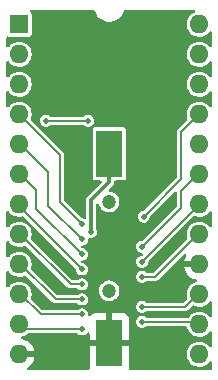
<source format=gbr>
G04 #@! TF.GenerationSoftware,KiCad,Pcbnew,(6.0.7)*
G04 #@! TF.CreationDate,2022-08-15T11:05:51+01:00*
G04 #@! TF.ProjectId,nwX287,6e775832-3837-42e6-9b69-6361645f7063,1a*
G04 #@! TF.SameCoordinates,Original*
G04 #@! TF.FileFunction,Copper,L1,Top*
G04 #@! TF.FilePolarity,Positive*
%FSLAX46Y46*%
G04 Gerber Fmt 4.6, Leading zero omitted, Abs format (unit mm)*
G04 Created by KiCad (PCBNEW (6.0.7)) date 2022-08-15 11:05:51*
%MOMM*%
%LPD*%
G01*
G04 APERTURE LIST*
G04 #@! TA.AperFunction,SMDPad,CuDef*
%ADD10R,2.300000X4.000000*%
G04 #@! TD*
G04 #@! TA.AperFunction,ComponentPad*
%ADD11C,1.200000*%
G04 #@! TD*
G04 #@! TA.AperFunction,ComponentPad*
%ADD12O,1.600000X1.600000*%
G04 #@! TD*
G04 #@! TA.AperFunction,ComponentPad*
%ADD13R,1.600000X1.600000*%
G04 #@! TD*
G04 #@! TA.AperFunction,ViaPad*
%ADD14C,0.500000*%
G04 #@! TD*
G04 #@! TA.AperFunction,Conductor*
%ADD15C,0.200000*%
G04 #@! TD*
G04 #@! TA.AperFunction,Conductor*
%ADD16C,0.350000*%
G04 #@! TD*
G04 APERTURE END LIST*
D10*
G04 #@! TO.P,BT1,1*
G04 #@! TO.N,BC*
X134620000Y-90425000D03*
G04 #@! TO.P,BT1,2*
G04 #@! TO.N,GND*
X134620000Y-106425000D03*
D11*
G04 #@! TO.P,BT1,*
G04 #@! TO.N,*
X134620000Y-102025000D03*
X134620000Y-94525000D03*
G04 #@! TD*
D12*
G04 #@! TO.P,U2,24*
G04 #@! TO.N,VCC*
X142240000Y-79459001D03*
G04 #@! TO.P,U2,12*
G04 #@! TO.N,GND*
X127000000Y-107399001D03*
G04 #@! TO.P,U2,23*
G04 #@! TO.N,SQW*
X142240000Y-81999001D03*
G04 #@! TO.P,U2,11*
G04 #@! TO.N,AD7*
X127000000Y-104859001D03*
G04 #@! TO.P,U2,22*
G04 #@! TO.N,CEO*
X142240000Y-84539001D03*
G04 #@! TO.P,U2,10*
G04 #@! TO.N,AD6*
X127000000Y-102319001D03*
G04 #@! TO.P,U2,21*
G04 #@! TO.N,CEI*
X142240000Y-87079001D03*
G04 #@! TO.P,U2,9*
G04 #@! TO.N,AD5*
X127000000Y-99779001D03*
G04 #@! TO.P,U2,20*
G04 #@! TO.N,N/C*
X142240000Y-89619001D03*
G04 #@! TO.P,U2,8*
G04 #@! TO.N,AD4*
X127000000Y-97239001D03*
G04 #@! TO.P,U2,19*
G04 #@! TO.N,INT*
X142240000Y-92159001D03*
G04 #@! TO.P,U2,7*
G04 #@! TO.N,AD3*
X127000000Y-94699001D03*
G04 #@! TO.P,U2,18*
G04 #@! TO.N,RST*
X142240000Y-94699001D03*
G04 #@! TO.P,U2,6*
G04 #@! TO.N,AD2*
X127000000Y-92159001D03*
G04 #@! TO.P,U2,17*
G04 #@! TO.N,DS*
X142240000Y-97239001D03*
G04 #@! TO.P,U2,5*
G04 #@! TO.N,AD1*
X127000000Y-89619001D03*
G04 #@! TO.P,U2,16*
G04 #@! TO.N,GND*
X142240000Y-99779001D03*
G04 #@! TO.P,U2,4*
G04 #@! TO.N,AD0*
X127000000Y-87079001D03*
G04 #@! TO.P,U2,15*
G04 #@! TO.N,RW*
X142240000Y-102319001D03*
G04 #@! TO.P,U2,3*
G04 #@! TO.N,N/C*
X127000000Y-84539001D03*
G04 #@! TO.P,U2,14*
G04 #@! TO.N,AS*
X142240000Y-104859001D03*
G04 #@! TO.P,U2,2*
G04 #@! TO.N,N/C*
X127000000Y-81999001D03*
G04 #@! TO.P,U2,13*
G04 #@! TO.N,CS*
X142240000Y-107399001D03*
D13*
G04 #@! TO.P,U2,1*
G04 #@! TO.N,VOUT*
X127000000Y-79459001D03*
G04 #@! TD*
D14*
G04 #@! TO.N,GND*
X128270000Y-81280000D03*
X140970000Y-81280000D03*
X140462000Y-87376000D03*
G04 #@! TO.N,AD7*
X132334000Y-105283000D03*
G04 #@! TO.N,AD6*
X132334000Y-104013000D03*
G04 #@! TO.N,AD5*
X132334000Y-102743000D03*
G04 #@! TO.N,AD4*
X132334000Y-101473000D03*
G04 #@! TO.N,INT*
X137414000Y-98298000D03*
G04 #@! TO.N,AD3*
X132334000Y-100203000D03*
G04 #@! TO.N,RST*
X137414000Y-99568000D03*
G04 #@! TO.N,AD2*
X132334000Y-98933000D03*
G04 #@! TO.N,DS*
X137414000Y-100838000D03*
G04 #@! TO.N,AD1*
X132334000Y-97665710D03*
G04 #@! TO.N,AD0*
X132334000Y-96393000D03*
G04 #@! TO.N,RW*
X137414000Y-103378000D03*
G04 #@! TO.N,AS*
X137414000Y-104648000D03*
G04 #@! TO.N,BC*
X133096004Y-97040700D03*
G04 #@! TO.N,CEI*
X137541000Y-95758000D03*
G04 #@! TO.N,VOUT*
X132842000Y-87630004D03*
X129286000Y-87630000D03*
G04 #@! TD*
D15*
G04 #@! TO.N,AD7*
X127550999Y-105283000D02*
X127000000Y-104732001D01*
X132334000Y-105283000D02*
X127550999Y-105283000D01*
G04 #@! TO.N,AD6*
X128820999Y-104013000D02*
X127000000Y-102192001D01*
X132334000Y-104013000D02*
X128820999Y-104013000D01*
G04 #@! TO.N,AD5*
X130090999Y-102743000D02*
X127000000Y-99652001D01*
X132334000Y-102743000D02*
X130090999Y-102743000D01*
G04 #@! TO.N,AD4*
X131360999Y-101473000D02*
X127000000Y-97112001D01*
X132334000Y-101473000D02*
X131360999Y-101473000D01*
G04 #@! TO.N,INT*
X140716000Y-93556001D02*
X142240000Y-92032001D01*
X140716000Y-94996000D02*
X140716000Y-93556001D01*
X137414000Y-98298000D02*
X140716000Y-94996000D01*
G04 #@! TO.N,AD3*
X128016000Y-95885000D02*
X132334000Y-100203000D01*
X127000000Y-94869000D02*
X128016000Y-95885000D01*
X127000000Y-94572001D02*
X127000000Y-94869000D01*
G04 #@! TO.N,RST*
X142240000Y-94742000D02*
X142240000Y-94572001D01*
X137414000Y-99568000D02*
X142240000Y-94742000D01*
G04 #@! TO.N,AD2*
X128460500Y-93492501D02*
X127000000Y-92032001D01*
X128460500Y-95059500D02*
X128460500Y-93492501D01*
X132334000Y-98933000D02*
X128460500Y-95059500D01*
G04 #@! TO.N,DS*
X138514001Y-100838000D02*
X137414000Y-100838000D01*
X142240000Y-97112001D02*
X138514001Y-100838000D01*
G04 #@! TO.N,AD1*
X127000000Y-89492001D02*
X129476500Y-91968501D01*
X129476500Y-94808210D02*
X132334000Y-97665710D01*
X129476500Y-91968501D02*
X129476500Y-94808210D01*
G04 #@! TO.N,AD0*
X130429000Y-94488000D02*
X132334000Y-96393000D01*
X130429000Y-90508001D02*
X130429000Y-94488000D01*
X127000000Y-87079001D02*
X130429000Y-90508001D01*
G04 #@! TO.N,RW*
X141054001Y-103378000D02*
X142240000Y-102192001D01*
X137414000Y-103378000D02*
X141054001Y-103378000D01*
G04 #@! TO.N,AS*
X142155999Y-104648000D02*
X142240000Y-104732001D01*
X137414000Y-104648000D02*
X142155999Y-104648000D01*
D16*
G04 #@! TO.N,BC*
X133096004Y-96687147D02*
X133096004Y-97040700D01*
X133096004Y-94360996D02*
X133096004Y-96687147D01*
X134620000Y-92837000D02*
X133096004Y-94360996D01*
X134620000Y-90426000D02*
X134620000Y-92837000D01*
D15*
G04 #@! TO.N,CEI*
X142240000Y-87079001D02*
X140716000Y-88603001D01*
X140716000Y-88603001D02*
X140716000Y-92583000D01*
X140716000Y-92583000D02*
X137541000Y-95758000D01*
G04 #@! TO.N,VOUT*
X129286004Y-87630004D02*
X129286000Y-87630000D01*
X132842000Y-87630004D02*
X129286004Y-87630004D01*
G04 #@! TD*
G04 #@! TA.AperFunction,Conductor*
G04 #@! TO.N,GND*
G36*
X133337922Y-78252002D02*
G01*
X133384415Y-78305658D01*
X133390843Y-78323003D01*
X133392102Y-78327357D01*
X133393153Y-78332667D01*
X133395097Y-78337719D01*
X133395099Y-78337725D01*
X133469195Y-78530258D01*
X133471912Y-78537317D01*
X133474694Y-78541965D01*
X133568127Y-78698085D01*
X133584520Y-78725477D01*
X133588061Y-78729587D01*
X133588062Y-78729588D01*
X133673171Y-78828364D01*
X133727657Y-78891600D01*
X133731851Y-78895045D01*
X133892910Y-79027344D01*
X133892913Y-79027346D01*
X133897102Y-79030787D01*
X134087861Y-79138935D01*
X134092960Y-79140761D01*
X134092965Y-79140763D01*
X134249291Y-79196736D01*
X134294309Y-79212855D01*
X134299648Y-79213782D01*
X134505024Y-79249442D01*
X134505028Y-79249442D01*
X134510359Y-79250368D01*
X134729641Y-79250368D01*
X134734972Y-79249442D01*
X134734976Y-79249442D01*
X134940352Y-79213782D01*
X134945691Y-79212855D01*
X134990709Y-79196736D01*
X135147035Y-79140763D01*
X135147040Y-79140761D01*
X135152139Y-79138935D01*
X135342898Y-79030787D01*
X135347087Y-79027346D01*
X135347090Y-79027344D01*
X135508149Y-78895045D01*
X135512343Y-78891600D01*
X135566829Y-78828364D01*
X135651938Y-78729588D01*
X135651939Y-78729587D01*
X135655480Y-78725477D01*
X135671874Y-78698085D01*
X135765306Y-78541965D01*
X135768088Y-78537317D01*
X135770805Y-78530258D01*
X135844901Y-78337725D01*
X135844903Y-78337719D01*
X135846847Y-78332667D01*
X135847898Y-78327357D01*
X135849157Y-78323003D01*
X135887292Y-78263119D01*
X135951750Y-78233358D01*
X135970199Y-78232000D01*
X141801753Y-78232000D01*
X141869874Y-78252002D01*
X141916367Y-78305658D01*
X141926471Y-78375932D01*
X141896977Y-78440512D01*
X141848958Y-78474821D01*
X141843066Y-78476555D01*
X141837606Y-78479409D01*
X141837607Y-78479409D01*
X141665261Y-78569509D01*
X141665257Y-78569512D01*
X141659801Y-78572364D01*
X141498635Y-78701944D01*
X141365708Y-78860361D01*
X141266082Y-79041579D01*
X141203553Y-79238697D01*
X141202867Y-79244814D01*
X141202866Y-79244818D01*
X141201927Y-79253190D01*
X141180501Y-79444207D01*
X141197806Y-79650279D01*
X141254807Y-79849067D01*
X141257625Y-79854549D01*
X141257626Y-79854553D01*
X141346514Y-80027510D01*
X141346517Y-80027514D01*
X141349334Y-80032996D01*
X141477786Y-80195062D01*
X141635271Y-80329092D01*
X141815789Y-80429981D01*
X142012466Y-80493885D01*
X142217809Y-80518371D01*
X142223944Y-80517899D01*
X142223946Y-80517899D01*
X142417856Y-80502978D01*
X142417860Y-80502977D01*
X142423998Y-80502505D01*
X142623178Y-80446893D01*
X142628682Y-80444113D01*
X142628684Y-80444112D01*
X142802262Y-80356432D01*
X142802264Y-80356431D01*
X142807763Y-80353653D01*
X142970722Y-80226335D01*
X142974748Y-80221671D01*
X142974751Y-80221668D01*
X143098119Y-80078744D01*
X143157772Y-80040247D01*
X143228768Y-80040111D01*
X143288567Y-80078381D01*
X143318183Y-80142906D01*
X143319500Y-80161075D01*
X143319500Y-81300243D01*
X143299498Y-81368364D01*
X143245842Y-81414857D01*
X143175568Y-81424961D01*
X143110988Y-81395467D01*
X143095857Y-81379878D01*
X142995762Y-81257149D01*
X142995757Y-81257144D01*
X142991863Y-81252369D01*
X142984966Y-81246663D01*
X142837271Y-81124479D01*
X142837266Y-81124476D01*
X142832522Y-81120551D01*
X142827103Y-81117621D01*
X142827100Y-81117619D01*
X142656032Y-81025123D01*
X142656027Y-81025121D01*
X142650612Y-81022193D01*
X142453063Y-80961041D01*
X142446938Y-80960397D01*
X142446937Y-80960397D01*
X142253526Y-80940069D01*
X142253524Y-80940069D01*
X142247397Y-80939425D01*
X142121229Y-80950907D01*
X142047591Y-80957608D01*
X142047590Y-80957608D01*
X142041450Y-80958167D01*
X141843066Y-81016555D01*
X141837601Y-81019412D01*
X141665261Y-81109509D01*
X141665257Y-81109512D01*
X141659801Y-81112364D01*
X141498635Y-81241944D01*
X141365708Y-81400361D01*
X141266082Y-81581579D01*
X141203553Y-81778697D01*
X141180501Y-81984207D01*
X141197806Y-82190279D01*
X141254807Y-82389067D01*
X141257625Y-82394549D01*
X141257626Y-82394553D01*
X141346514Y-82567510D01*
X141346517Y-82567514D01*
X141349334Y-82572996D01*
X141477786Y-82735062D01*
X141635271Y-82869092D01*
X141815789Y-82969981D01*
X142012466Y-83033885D01*
X142217809Y-83058371D01*
X142223944Y-83057899D01*
X142223946Y-83057899D01*
X142417856Y-83042978D01*
X142417860Y-83042977D01*
X142423998Y-83042505D01*
X142623178Y-82986893D01*
X142628682Y-82984113D01*
X142628684Y-82984112D01*
X142802262Y-82896432D01*
X142802264Y-82896431D01*
X142807763Y-82893653D01*
X142970722Y-82766335D01*
X142974748Y-82761671D01*
X142974751Y-82761668D01*
X143098119Y-82618744D01*
X143157772Y-82580247D01*
X143228768Y-82580111D01*
X143288567Y-82618381D01*
X143318183Y-82682906D01*
X143319500Y-82701075D01*
X143319500Y-83840243D01*
X143299498Y-83908364D01*
X143245842Y-83954857D01*
X143175568Y-83964961D01*
X143110988Y-83935467D01*
X143095857Y-83919878D01*
X142995762Y-83797149D01*
X142995757Y-83797144D01*
X142991863Y-83792369D01*
X142984966Y-83786663D01*
X142837271Y-83664479D01*
X142837266Y-83664476D01*
X142832522Y-83660551D01*
X142827103Y-83657621D01*
X142827100Y-83657619D01*
X142656032Y-83565123D01*
X142656027Y-83565121D01*
X142650612Y-83562193D01*
X142453063Y-83501041D01*
X142446938Y-83500397D01*
X142446937Y-83500397D01*
X142253526Y-83480069D01*
X142253524Y-83480069D01*
X142247397Y-83479425D01*
X142121229Y-83490907D01*
X142047591Y-83497608D01*
X142047590Y-83497608D01*
X142041450Y-83498167D01*
X141843066Y-83556555D01*
X141837601Y-83559412D01*
X141665261Y-83649509D01*
X141665257Y-83649512D01*
X141659801Y-83652364D01*
X141498635Y-83781944D01*
X141365708Y-83940361D01*
X141266082Y-84121579D01*
X141203553Y-84318697D01*
X141180501Y-84524207D01*
X141197806Y-84730279D01*
X141254807Y-84929067D01*
X141257625Y-84934549D01*
X141257626Y-84934553D01*
X141346514Y-85107510D01*
X141346517Y-85107514D01*
X141349334Y-85112996D01*
X141477786Y-85275062D01*
X141635271Y-85409092D01*
X141815789Y-85509981D01*
X142012466Y-85573885D01*
X142217809Y-85598371D01*
X142223944Y-85597899D01*
X142223946Y-85597899D01*
X142417856Y-85582978D01*
X142417860Y-85582977D01*
X142423998Y-85582505D01*
X142623178Y-85526893D01*
X142628682Y-85524113D01*
X142628684Y-85524112D01*
X142802262Y-85436432D01*
X142802264Y-85436431D01*
X142807763Y-85433653D01*
X142970722Y-85306335D01*
X142974748Y-85301671D01*
X142974751Y-85301668D01*
X143098119Y-85158744D01*
X143157772Y-85120247D01*
X143228768Y-85120111D01*
X143288567Y-85158381D01*
X143318183Y-85222906D01*
X143319500Y-85241075D01*
X143319500Y-86380243D01*
X143299498Y-86448364D01*
X143245842Y-86494857D01*
X143175568Y-86504961D01*
X143110988Y-86475467D01*
X143095857Y-86459878D01*
X142995762Y-86337149D01*
X142995757Y-86337144D01*
X142991863Y-86332369D01*
X142984966Y-86326663D01*
X142837271Y-86204479D01*
X142837266Y-86204476D01*
X142832522Y-86200551D01*
X142827103Y-86197621D01*
X142827100Y-86197619D01*
X142656032Y-86105123D01*
X142656027Y-86105121D01*
X142650612Y-86102193D01*
X142453063Y-86041041D01*
X142446938Y-86040397D01*
X142446937Y-86040397D01*
X142253526Y-86020069D01*
X142253524Y-86020069D01*
X142247397Y-86019425D01*
X142121229Y-86030907D01*
X142047591Y-86037608D01*
X142047590Y-86037608D01*
X142041450Y-86038167D01*
X141843066Y-86096555D01*
X141837601Y-86099412D01*
X141665261Y-86189509D01*
X141665257Y-86189512D01*
X141659801Y-86192364D01*
X141498635Y-86321944D01*
X141365708Y-86480361D01*
X141266082Y-86661579D01*
X141203553Y-86858697D01*
X141180501Y-87064207D01*
X141185609Y-87125032D01*
X141196332Y-87252722D01*
X141197806Y-87270279D01*
X141199505Y-87276204D01*
X141254807Y-87469067D01*
X141252401Y-87469757D01*
X141257886Y-87529523D01*
X141223347Y-87594316D01*
X140501580Y-88316083D01*
X140486098Y-88328588D01*
X140482871Y-88331524D01*
X140474118Y-88337176D01*
X140454991Y-88361439D01*
X140451441Y-88365434D01*
X140451540Y-88365518D01*
X140448182Y-88369481D01*
X140444506Y-88373157D01*
X140441483Y-88377386D01*
X140441483Y-88377387D01*
X140434146Y-88387653D01*
X140430585Y-88392396D01*
X140407503Y-88421676D01*
X140407501Y-88421680D01*
X140401054Y-88429858D01*
X140398221Y-88437926D01*
X140393247Y-88444886D01*
X140390263Y-88454864D01*
X140379580Y-88490587D01*
X140377744Y-88496236D01*
X140361950Y-88541209D01*
X140361500Y-88546405D01*
X140361500Y-88549110D01*
X140361403Y-88551366D01*
X140361260Y-88551842D01*
X140361214Y-88551840D01*
X140361201Y-88552039D01*
X140359432Y-88557956D01*
X140360314Y-88580397D01*
X140361403Y-88608125D01*
X140361500Y-88613071D01*
X140361500Y-92383971D01*
X140341498Y-92452092D01*
X140324595Y-92473066D01*
X137581417Y-95216245D01*
X137519105Y-95250271D01*
X137491555Y-95253148D01*
X137483533Y-95253100D01*
X137471827Y-95253028D01*
X137463195Y-95255495D01*
X137341509Y-95290272D01*
X137341505Y-95290274D01*
X137332879Y-95292739D01*
X137325292Y-95297526D01*
X137325290Y-95297527D01*
X137240489Y-95351033D01*
X137210661Y-95369853D01*
X137204718Y-95376582D01*
X137204717Y-95376583D01*
X137149542Y-95439057D01*
X137114999Y-95478170D01*
X137053583Y-95608982D01*
X137052203Y-95617846D01*
X137052202Y-95617849D01*
X137034022Y-95734614D01*
X137031350Y-95751773D01*
X137032514Y-95760675D01*
X137032514Y-95760678D01*
X137035739Y-95785338D01*
X137050088Y-95895065D01*
X137108289Y-96027339D01*
X137114063Y-96034208D01*
X137165706Y-96095644D01*
X137201276Y-96137960D01*
X137208747Y-96142933D01*
X137208748Y-96142934D01*
X137314101Y-96213063D01*
X137314103Y-96213064D01*
X137321574Y-96218037D01*
X137330138Y-96220713D01*
X137330141Y-96220714D01*
X137390542Y-96239584D01*
X137459510Y-96261132D01*
X137603998Y-96263780D01*
X137623530Y-96258455D01*
X137734763Y-96228130D01*
X137734765Y-96228129D01*
X137743422Y-96225769D01*
X137866572Y-96150154D01*
X137963551Y-96043014D01*
X138026560Y-95912962D01*
X138048032Y-95785338D01*
X138083191Y-95717148D01*
X140146405Y-93653934D01*
X140208717Y-93619908D01*
X140279532Y-93624973D01*
X140336368Y-93667520D01*
X140361179Y-93734040D01*
X140361500Y-93743029D01*
X140361500Y-94796971D01*
X140341498Y-94865092D01*
X140324595Y-94886066D01*
X137454417Y-97756245D01*
X137392105Y-97790271D01*
X137364555Y-97793148D01*
X137356533Y-97793100D01*
X137344827Y-97793028D01*
X137336195Y-97795495D01*
X137214509Y-97830272D01*
X137214505Y-97830274D01*
X137205879Y-97832739D01*
X137198292Y-97837526D01*
X137198290Y-97837527D01*
X137091254Y-97905062D01*
X137083661Y-97909853D01*
X137077718Y-97916582D01*
X137077717Y-97916583D01*
X137022542Y-97979057D01*
X136987999Y-98018170D01*
X136926583Y-98148982D01*
X136925203Y-98157846D01*
X136925202Y-98157849D01*
X136907022Y-98274614D01*
X136904350Y-98291773D01*
X136905514Y-98300675D01*
X136905514Y-98300678D01*
X136908556Y-98323940D01*
X136923088Y-98435065D01*
X136981289Y-98567339D01*
X137074276Y-98677960D01*
X137081747Y-98682933D01*
X137081748Y-98682934D01*
X137187101Y-98753063D01*
X137187103Y-98753064D01*
X137194574Y-98758037D01*
X137203138Y-98760713D01*
X137203141Y-98760714D01*
X137255542Y-98777085D01*
X137332510Y-98801132D01*
X137341480Y-98801296D01*
X137341484Y-98801297D01*
X137376858Y-98801945D01*
X137444600Y-98823192D01*
X137490102Y-98877691D01*
X137498916Y-98948139D01*
X137463643Y-99017019D01*
X137454417Y-99026245D01*
X137392105Y-99060271D01*
X137364555Y-99063148D01*
X137356533Y-99063100D01*
X137344827Y-99063028D01*
X137336195Y-99065495D01*
X137214509Y-99100272D01*
X137214505Y-99100274D01*
X137205879Y-99102739D01*
X137198292Y-99107526D01*
X137198290Y-99107527D01*
X137110769Y-99162749D01*
X137083661Y-99179853D01*
X137077718Y-99186582D01*
X137077717Y-99186583D01*
X137072380Y-99192626D01*
X136987999Y-99288170D01*
X136926583Y-99418982D01*
X136925203Y-99427846D01*
X136925202Y-99427849D01*
X136910076Y-99525001D01*
X136904350Y-99561773D01*
X136905514Y-99570675D01*
X136905514Y-99570678D01*
X136916018Y-99651001D01*
X136923088Y-99705065D01*
X136981289Y-99837339D01*
X137074276Y-99947960D01*
X137081747Y-99952933D01*
X137081748Y-99952934D01*
X137187101Y-100023063D01*
X137187103Y-100023064D01*
X137194574Y-100028037D01*
X137203138Y-100030713D01*
X137203141Y-100030714D01*
X137250542Y-100045523D01*
X137332510Y-100071132D01*
X137476998Y-100073780D01*
X137527734Y-100059948D01*
X137607763Y-100038130D01*
X137607765Y-100038129D01*
X137616422Y-100035769D01*
X137739572Y-99960154D01*
X137836551Y-99853014D01*
X137899560Y-99722962D01*
X137921032Y-99595338D01*
X137956191Y-99527148D01*
X141759356Y-95723983D01*
X141821668Y-95689957D01*
X141887387Y-95693245D01*
X141960747Y-95717081D01*
X142012466Y-95733885D01*
X142217809Y-95758371D01*
X142223944Y-95757899D01*
X142223946Y-95757899D01*
X142417856Y-95742978D01*
X142417860Y-95742977D01*
X142423998Y-95742505D01*
X142623178Y-95686893D01*
X142628682Y-95684113D01*
X142628684Y-95684112D01*
X142802262Y-95596432D01*
X142802264Y-95596431D01*
X142807763Y-95593653D01*
X142970722Y-95466335D01*
X142974748Y-95461671D01*
X142974751Y-95461668D01*
X143095260Y-95322056D01*
X143098119Y-95318744D01*
X143157772Y-95280247D01*
X143228768Y-95280111D01*
X143288567Y-95318381D01*
X143318183Y-95382906D01*
X143319500Y-95401075D01*
X143319500Y-96540243D01*
X143299498Y-96608364D01*
X143245842Y-96654857D01*
X143175568Y-96664961D01*
X143110988Y-96635467D01*
X143095857Y-96619878D01*
X142995762Y-96497149D01*
X142995757Y-96497144D01*
X142991863Y-96492369D01*
X142984966Y-96486663D01*
X142837271Y-96364479D01*
X142837266Y-96364476D01*
X142832522Y-96360551D01*
X142827103Y-96357621D01*
X142827100Y-96357619D01*
X142656032Y-96265123D01*
X142656027Y-96265121D01*
X142650612Y-96262193D01*
X142453063Y-96201041D01*
X142446938Y-96200397D01*
X142446937Y-96200397D01*
X142253526Y-96180069D01*
X142253524Y-96180069D01*
X142247397Y-96179425D01*
X142121229Y-96190907D01*
X142047591Y-96197608D01*
X142047590Y-96197608D01*
X142041450Y-96198167D01*
X141843066Y-96256555D01*
X141837601Y-96259412D01*
X141665261Y-96349509D01*
X141665257Y-96349512D01*
X141659801Y-96352364D01*
X141498635Y-96481944D01*
X141365708Y-96640361D01*
X141266082Y-96821579D01*
X141203553Y-97018697D01*
X141202867Y-97024814D01*
X141202866Y-97024818D01*
X141200233Y-97048293D01*
X141180501Y-97224207D01*
X141197806Y-97430279D01*
X141226949Y-97531913D01*
X141226498Y-97602907D01*
X141194925Y-97655737D01*
X138404068Y-100446595D01*
X138341756Y-100480621D01*
X138314973Y-100483500D01*
X137828265Y-100483500D01*
X137760144Y-100463498D01*
X137752112Y-100457465D01*
X137749056Y-100453918D01*
X137663256Y-100398305D01*
X137635324Y-100380200D01*
X137635322Y-100380199D01*
X137627790Y-100375317D01*
X137610921Y-100370272D01*
X137497938Y-100336482D01*
X137497936Y-100336482D01*
X137489337Y-100333910D01*
X137480363Y-100333855D01*
X137480361Y-100333855D01*
X137417082Y-100333469D01*
X137344827Y-100333028D01*
X137336196Y-100335495D01*
X137336194Y-100335495D01*
X137214509Y-100370272D01*
X137214505Y-100370274D01*
X137205879Y-100372739D01*
X137198292Y-100377526D01*
X137198290Y-100377527D01*
X137099264Y-100440008D01*
X137083661Y-100449853D01*
X137077718Y-100456582D01*
X137077717Y-100456583D01*
X137022542Y-100519057D01*
X136987999Y-100558170D01*
X136984185Y-100566293D01*
X136984184Y-100566295D01*
X136976360Y-100582960D01*
X136926583Y-100688982D01*
X136925203Y-100697846D01*
X136925202Y-100697849D01*
X136907022Y-100814614D01*
X136904350Y-100831773D01*
X136905514Y-100840675D01*
X136905514Y-100840678D01*
X136914963Y-100912932D01*
X136923088Y-100975065D01*
X136981289Y-101107339D01*
X136987063Y-101114208D01*
X137053344Y-101193058D01*
X137074276Y-101217960D01*
X137081747Y-101222933D01*
X137081748Y-101222934D01*
X137187101Y-101293063D01*
X137187103Y-101293064D01*
X137194574Y-101298037D01*
X137203138Y-101300713D01*
X137203141Y-101300714D01*
X137263542Y-101319585D01*
X137332510Y-101341132D01*
X137476998Y-101343780D01*
X137496530Y-101338455D01*
X137607763Y-101308130D01*
X137607765Y-101308129D01*
X137616422Y-101305769D01*
X137739572Y-101230154D01*
X137745595Y-101223500D01*
X137747938Y-101221555D01*
X137813127Y-101193432D01*
X137828422Y-101192500D01*
X138462744Y-101192500D01*
X138482538Y-101194606D01*
X138486891Y-101194811D01*
X138497071Y-101197003D01*
X138527741Y-101193373D01*
X138533084Y-101193058D01*
X138533073Y-101192928D01*
X138538253Y-101192500D01*
X138543452Y-101192500D01*
X138548576Y-101191647D01*
X138548589Y-101191646D01*
X138561042Y-101189573D01*
X138566917Y-101188736D01*
X138603930Y-101184355D01*
X138614271Y-101183131D01*
X138621979Y-101179430D01*
X138630418Y-101178025D01*
X138672402Y-101155371D01*
X138677665Y-101152690D01*
X138685871Y-101148750D01*
X138720659Y-101132045D01*
X138724651Y-101128689D01*
X138726598Y-101126742D01*
X138728223Y-101125252D01*
X138728655Y-101125019D01*
X138728688Y-101125055D01*
X138728846Y-101124916D01*
X138734281Y-101121983D01*
X138755991Y-101098498D01*
X138768358Y-101085119D01*
X138771787Y-101081553D01*
X140953582Y-98899758D01*
X141015894Y-98865732D01*
X141086709Y-98870797D01*
X141143545Y-98913344D01*
X141168356Y-98979864D01*
X141153265Y-99049238D01*
X141145890Y-99061124D01*
X141106069Y-99117994D01*
X141100586Y-99127490D01*
X141008510Y-99324948D01*
X141004764Y-99335240D01*
X140958606Y-99507504D01*
X140958942Y-99521600D01*
X140966884Y-99525001D01*
X142368000Y-99525001D01*
X142436121Y-99545003D01*
X142482614Y-99598659D01*
X142494000Y-99651001D01*
X142494000Y-99907001D01*
X142473998Y-99975122D01*
X142420342Y-100021615D01*
X142368000Y-100033001D01*
X140972033Y-100033001D01*
X140958502Y-100036974D01*
X140957273Y-100045523D01*
X141004764Y-100222762D01*
X141008510Y-100233054D01*
X141100586Y-100430512D01*
X141106069Y-100440008D01*
X141231028Y-100618468D01*
X141238084Y-100626876D01*
X141392125Y-100780917D01*
X141400533Y-100787973D01*
X141578993Y-100912932D01*
X141588489Y-100918415D01*
X141785947Y-101010491D01*
X141796239Y-101014237D01*
X141961015Y-101058388D01*
X142021638Y-101095340D01*
X142052659Y-101159200D01*
X142044231Y-101229695D01*
X141999028Y-101284442D01*
X141963979Y-101300968D01*
X141947667Y-101305769D01*
X141843066Y-101336555D01*
X141837601Y-101339412D01*
X141665261Y-101429509D01*
X141665257Y-101429512D01*
X141659801Y-101432364D01*
X141498635Y-101561944D01*
X141365708Y-101720361D01*
X141266082Y-101901579D01*
X141203553Y-102098697D01*
X141202867Y-102104814D01*
X141202866Y-102104818D01*
X141183747Y-102275272D01*
X141180501Y-102304207D01*
X141181743Y-102319001D01*
X141191576Y-102436085D01*
X141197806Y-102510279D01*
X141221387Y-102592515D01*
X141226949Y-102611913D01*
X141226498Y-102682908D01*
X141194925Y-102735738D01*
X140944068Y-102986595D01*
X140881756Y-103020621D01*
X140854973Y-103023500D01*
X137828265Y-103023500D01*
X137760144Y-103003498D01*
X137752112Y-102997465D01*
X137749056Y-102993918D01*
X137716643Y-102972909D01*
X137635324Y-102920200D01*
X137635322Y-102920199D01*
X137627790Y-102915317D01*
X137610921Y-102910272D01*
X137497938Y-102876482D01*
X137497936Y-102876482D01*
X137489337Y-102873910D01*
X137480363Y-102873855D01*
X137480361Y-102873855D01*
X137417082Y-102873469D01*
X137344827Y-102873028D01*
X137336196Y-102875495D01*
X137336194Y-102875495D01*
X137214509Y-102910272D01*
X137214505Y-102910274D01*
X137205879Y-102912739D01*
X137198292Y-102917526D01*
X137198290Y-102917527D01*
X137091254Y-102985062D01*
X137083661Y-102989853D01*
X137077718Y-102996582D01*
X137077717Y-102996583D01*
X137023425Y-103058057D01*
X136987999Y-103098170D01*
X136984185Y-103106293D01*
X136984184Y-103106295D01*
X136976360Y-103122960D01*
X136926583Y-103228982D01*
X136925203Y-103237846D01*
X136925202Y-103237849D01*
X136907022Y-103354614D01*
X136904350Y-103371773D01*
X136923088Y-103515065D01*
X136981289Y-103647339D01*
X136987063Y-103654208D01*
X137053344Y-103733058D01*
X137074276Y-103757960D01*
X137081747Y-103762933D01*
X137081748Y-103762934D01*
X137187101Y-103833063D01*
X137187103Y-103833064D01*
X137194574Y-103838037D01*
X137203138Y-103840713D01*
X137203141Y-103840714D01*
X137263542Y-103859584D01*
X137332510Y-103881132D01*
X137476998Y-103883780D01*
X137496530Y-103878455D01*
X137607763Y-103848130D01*
X137607765Y-103848129D01*
X137616422Y-103845769D01*
X137739572Y-103770154D01*
X137745595Y-103763500D01*
X137747938Y-103761555D01*
X137813127Y-103733432D01*
X137828422Y-103732500D01*
X141002744Y-103732500D01*
X141022538Y-103734606D01*
X141026891Y-103734811D01*
X141037071Y-103737003D01*
X141067741Y-103733373D01*
X141073084Y-103733058D01*
X141073073Y-103732928D01*
X141078253Y-103732500D01*
X141083452Y-103732500D01*
X141088576Y-103731647D01*
X141088589Y-103731646D01*
X141101042Y-103729573D01*
X141106917Y-103728736D01*
X141143930Y-103724355D01*
X141154271Y-103723131D01*
X141161979Y-103719430D01*
X141170418Y-103718025D01*
X141212402Y-103695371D01*
X141217665Y-103692690D01*
X141225871Y-103688750D01*
X141260659Y-103672045D01*
X141264651Y-103668689D01*
X141266598Y-103666742D01*
X141268223Y-103665252D01*
X141268655Y-103665019D01*
X141268688Y-103665055D01*
X141268846Y-103664916D01*
X141274281Y-103661983D01*
X141295991Y-103638498D01*
X141308358Y-103625119D01*
X141311787Y-103621553D01*
X141637795Y-103295545D01*
X141700107Y-103261519D01*
X141770922Y-103266584D01*
X141788360Y-103274652D01*
X141806467Y-103284771D01*
X141815789Y-103289981D01*
X142012466Y-103353885D01*
X142217809Y-103378371D01*
X142223944Y-103377899D01*
X142223946Y-103377899D01*
X142417856Y-103362978D01*
X142417860Y-103362977D01*
X142423998Y-103362505D01*
X142623178Y-103306893D01*
X142628682Y-103304113D01*
X142628684Y-103304112D01*
X142802262Y-103216432D01*
X142802264Y-103216431D01*
X142807763Y-103213653D01*
X142970722Y-103086335D01*
X142974748Y-103081671D01*
X142974751Y-103081668D01*
X143098119Y-102938744D01*
X143157772Y-102900247D01*
X143228768Y-102900111D01*
X143288567Y-102938381D01*
X143318183Y-103002906D01*
X143319500Y-103021075D01*
X143319500Y-104160243D01*
X143299498Y-104228364D01*
X143245842Y-104274857D01*
X143175568Y-104284961D01*
X143110988Y-104255467D01*
X143095857Y-104239878D01*
X142995762Y-104117149D01*
X142995757Y-104117144D01*
X142991863Y-104112369D01*
X142984966Y-104106663D01*
X142837271Y-103984479D01*
X142837266Y-103984476D01*
X142832522Y-103980551D01*
X142827103Y-103977621D01*
X142827100Y-103977619D01*
X142656032Y-103885123D01*
X142656027Y-103885121D01*
X142650612Y-103882193D01*
X142453063Y-103821041D01*
X142446938Y-103820397D01*
X142446937Y-103820397D01*
X142253526Y-103800069D01*
X142253524Y-103800069D01*
X142247397Y-103799425D01*
X142121229Y-103810907D01*
X142047591Y-103817608D01*
X142047590Y-103817608D01*
X142041450Y-103818167D01*
X141843066Y-103876555D01*
X141837601Y-103879412D01*
X141665261Y-103969509D01*
X141665257Y-103969512D01*
X141659801Y-103972364D01*
X141655001Y-103976224D01*
X141655000Y-103976224D01*
X141649618Y-103980551D01*
X141498635Y-104101944D01*
X141428677Y-104185317D01*
X141375668Y-104248491D01*
X141316558Y-104287818D01*
X141279146Y-104293500D01*
X137828265Y-104293500D01*
X137760144Y-104273498D01*
X137752112Y-104267465D01*
X137749056Y-104263918D01*
X137716643Y-104242909D01*
X137635324Y-104190200D01*
X137635322Y-104190199D01*
X137627790Y-104185317D01*
X137543950Y-104160243D01*
X137497938Y-104146482D01*
X137497936Y-104146482D01*
X137489337Y-104143910D01*
X137480363Y-104143855D01*
X137480361Y-104143855D01*
X137417082Y-104143469D01*
X137344827Y-104143028D01*
X137336196Y-104145495D01*
X137336194Y-104145495D01*
X137214509Y-104180272D01*
X137214505Y-104180274D01*
X137205879Y-104182739D01*
X137198292Y-104187526D01*
X137198290Y-104187527D01*
X137091254Y-104255062D01*
X137083661Y-104259853D01*
X137077718Y-104266582D01*
X137077717Y-104266583D01*
X137023424Y-104328059D01*
X136987999Y-104368170D01*
X136984185Y-104376293D01*
X136984184Y-104376295D01*
X136970635Y-104405154D01*
X136926583Y-104498982D01*
X136925203Y-104507846D01*
X136925202Y-104507849D01*
X136923913Y-104516132D01*
X136904350Y-104641773D01*
X136905514Y-104650675D01*
X136905514Y-104650678D01*
X136921924Y-104776164D01*
X136923088Y-104785065D01*
X136981289Y-104917339D01*
X136987063Y-104924208D01*
X137052875Y-105002500D01*
X137074276Y-105027960D01*
X137081747Y-105032933D01*
X137081748Y-105032934D01*
X137187101Y-105103063D01*
X137187103Y-105103064D01*
X137194574Y-105108037D01*
X137203138Y-105110713D01*
X137203141Y-105110714D01*
X137263542Y-105129584D01*
X137332510Y-105151132D01*
X137476998Y-105153780D01*
X137527734Y-105139948D01*
X137607763Y-105118130D01*
X137607765Y-105118129D01*
X137616422Y-105115769D01*
X137739572Y-105040154D01*
X137745595Y-105033500D01*
X137747938Y-105031555D01*
X137813127Y-105003432D01*
X137828422Y-105002500D01*
X141089158Y-105002500D01*
X141157279Y-105022502D01*
X141203772Y-105076158D01*
X141210276Y-105093767D01*
X141254807Y-105249067D01*
X141257625Y-105254549D01*
X141257626Y-105254553D01*
X141346514Y-105427510D01*
X141346517Y-105427514D01*
X141349334Y-105432996D01*
X141477786Y-105595062D01*
X141482479Y-105599056D01*
X141482480Y-105599057D01*
X141527651Y-105637500D01*
X141635271Y-105729092D01*
X141815789Y-105829981D01*
X142012466Y-105893885D01*
X142217809Y-105918371D01*
X142223944Y-105917899D01*
X142223946Y-105917899D01*
X142417856Y-105902978D01*
X142417860Y-105902977D01*
X142423998Y-105902505D01*
X142623178Y-105846893D01*
X142628682Y-105844113D01*
X142628684Y-105844112D01*
X142802262Y-105756432D01*
X142802264Y-105756431D01*
X142807763Y-105753653D01*
X142970722Y-105626335D01*
X142974748Y-105621671D01*
X142974751Y-105621668D01*
X143098119Y-105478744D01*
X143157772Y-105440247D01*
X143228768Y-105440111D01*
X143288567Y-105478381D01*
X143318183Y-105542906D01*
X143319500Y-105561075D01*
X143319500Y-106700243D01*
X143299498Y-106768364D01*
X143245842Y-106814857D01*
X143175568Y-106824961D01*
X143110988Y-106795467D01*
X143095857Y-106779878D01*
X142995762Y-106657149D01*
X142995759Y-106657146D01*
X142991863Y-106652369D01*
X142984966Y-106646663D01*
X142837271Y-106524479D01*
X142837266Y-106524476D01*
X142832522Y-106520551D01*
X142827103Y-106517621D01*
X142827100Y-106517619D01*
X142656032Y-106425123D01*
X142656027Y-106425121D01*
X142650612Y-106422193D01*
X142453063Y-106361041D01*
X142446938Y-106360397D01*
X142446937Y-106360397D01*
X142253526Y-106340069D01*
X142253524Y-106340069D01*
X142247397Y-106339425D01*
X142121229Y-106350907D01*
X142047591Y-106357608D01*
X142047590Y-106357608D01*
X142041450Y-106358167D01*
X141843066Y-106416555D01*
X141837601Y-106419412D01*
X141665261Y-106509509D01*
X141665257Y-106509512D01*
X141659801Y-106512364D01*
X141498635Y-106641944D01*
X141365708Y-106800361D01*
X141266082Y-106981579D01*
X141203553Y-107178697D01*
X141180501Y-107384207D01*
X141181017Y-107390350D01*
X141196888Y-107579343D01*
X141197806Y-107590279D01*
X141254807Y-107789067D01*
X141257625Y-107794549D01*
X141257626Y-107794553D01*
X141346514Y-107967510D01*
X141346517Y-107967514D01*
X141349334Y-107972996D01*
X141477786Y-108135062D01*
X141635271Y-108269092D01*
X141815789Y-108369981D01*
X142012466Y-108433885D01*
X142217809Y-108458371D01*
X142223944Y-108457899D01*
X142223946Y-108457899D01*
X142417856Y-108442978D01*
X142417860Y-108442977D01*
X142423998Y-108442505D01*
X142623178Y-108386893D01*
X142628682Y-108384113D01*
X142628684Y-108384112D01*
X142802262Y-108296432D01*
X142802264Y-108296431D01*
X142807763Y-108293653D01*
X142970722Y-108166335D01*
X142974748Y-108161671D01*
X142974751Y-108161668D01*
X143098119Y-108018744D01*
X143157772Y-107980247D01*
X143228768Y-107980111D01*
X143288567Y-108018381D01*
X143318183Y-108082906D01*
X143319500Y-108101075D01*
X143319500Y-108585500D01*
X143299498Y-108653621D01*
X143245842Y-108700114D01*
X143193500Y-108711500D01*
X136386961Y-108711500D01*
X136318840Y-108691498D01*
X136272347Y-108637842D01*
X136262243Y-108567568D01*
X136266668Y-108550295D01*
X136266651Y-108550291D01*
X136272105Y-108527351D01*
X136277631Y-108476486D01*
X136278000Y-108469672D01*
X136278000Y-106697115D01*
X136273525Y-106681876D01*
X136272135Y-106680671D01*
X136264452Y-106679000D01*
X132980116Y-106679000D01*
X132964877Y-106683475D01*
X132963672Y-106684865D01*
X132962001Y-106692548D01*
X132962001Y-108469669D01*
X132962371Y-108476490D01*
X132967895Y-108527352D01*
X132973349Y-108550293D01*
X132971709Y-108550683D01*
X132976204Y-108612076D01*
X132942284Y-108674446D01*
X132880029Y-108708575D01*
X132853039Y-108711500D01*
X127805606Y-108711500D01*
X127737485Y-108691498D01*
X127690992Y-108637842D01*
X127680888Y-108567568D01*
X127710382Y-108502988D01*
X127733335Y-108482287D01*
X127839467Y-108407973D01*
X127847875Y-108400917D01*
X128001916Y-108246876D01*
X128008972Y-108238468D01*
X128133931Y-108060008D01*
X128139414Y-108050512D01*
X128231490Y-107853054D01*
X128235236Y-107842762D01*
X128281394Y-107670498D01*
X128281058Y-107656402D01*
X128273116Y-107653001D01*
X126872000Y-107653001D01*
X126803879Y-107632999D01*
X126757386Y-107579343D01*
X126746000Y-107527001D01*
X126746000Y-107271001D01*
X126766002Y-107202880D01*
X126819658Y-107156387D01*
X126872000Y-107145001D01*
X128267967Y-107145001D01*
X128281498Y-107141028D01*
X128282727Y-107132479D01*
X128235236Y-106955240D01*
X128231490Y-106944948D01*
X128139414Y-106747490D01*
X128133931Y-106737994D01*
X128008972Y-106559534D01*
X128001916Y-106551126D01*
X127847875Y-106397085D01*
X127839467Y-106390029D01*
X127661007Y-106265070D01*
X127651511Y-106259587D01*
X127454053Y-106167511D01*
X127443761Y-106163765D01*
X127278603Y-106119511D01*
X127217980Y-106082559D01*
X127186959Y-106018698D01*
X127195387Y-105948204D01*
X127240590Y-105893457D01*
X127277323Y-105876448D01*
X127383178Y-105846893D01*
X127388682Y-105844113D01*
X127388684Y-105844112D01*
X127562262Y-105756432D01*
X127562264Y-105756431D01*
X127567763Y-105753653D01*
X127682245Y-105664210D01*
X127748237Y-105638033D01*
X127759816Y-105637500D01*
X131919595Y-105637500D01*
X131987716Y-105657502D01*
X131993187Y-105661665D01*
X131994276Y-105662960D01*
X131999179Y-105666224D01*
X131999186Y-105666229D01*
X132107101Y-105738063D01*
X132107103Y-105738064D01*
X132114574Y-105743037D01*
X132123138Y-105745713D01*
X132123141Y-105745714D01*
X132183542Y-105764584D01*
X132252510Y-105786132D01*
X132396998Y-105788780D01*
X132416530Y-105783455D01*
X132527763Y-105753130D01*
X132527765Y-105753129D01*
X132536422Y-105750769D01*
X132659572Y-105675154D01*
X132665598Y-105668497D01*
X132742585Y-105583444D01*
X132803128Y-105546362D01*
X132874108Y-105547900D01*
X132932989Y-105587568D01*
X132961077Y-105652773D01*
X132962000Y-105667999D01*
X132962000Y-106152885D01*
X132966475Y-106168124D01*
X132967865Y-106169329D01*
X132975548Y-106171000D01*
X134347885Y-106171000D01*
X134363124Y-106166525D01*
X134364329Y-106165135D01*
X134366000Y-106157452D01*
X134366000Y-106152885D01*
X134874000Y-106152885D01*
X134878475Y-106168124D01*
X134879865Y-106169329D01*
X134887548Y-106171000D01*
X136259884Y-106171000D01*
X136275123Y-106166525D01*
X136276328Y-106165135D01*
X136277999Y-106157452D01*
X136277999Y-104380331D01*
X136277629Y-104373510D01*
X136272105Y-104322648D01*
X136268479Y-104307396D01*
X136223324Y-104186946D01*
X136214786Y-104171351D01*
X136138285Y-104069276D01*
X136125724Y-104056715D01*
X136023649Y-103980214D01*
X136008054Y-103971676D01*
X135887606Y-103926522D01*
X135872351Y-103922895D01*
X135821486Y-103917369D01*
X135814672Y-103917000D01*
X134892115Y-103917000D01*
X134876876Y-103921475D01*
X134875671Y-103922865D01*
X134874000Y-103930548D01*
X134874000Y-106152885D01*
X134366000Y-106152885D01*
X134366000Y-103935116D01*
X134361525Y-103919877D01*
X134360135Y-103918672D01*
X134352452Y-103917001D01*
X133425331Y-103917001D01*
X133418510Y-103917371D01*
X133367648Y-103922895D01*
X133352396Y-103926521D01*
X133231946Y-103971676D01*
X133216351Y-103980214D01*
X133114276Y-104056715D01*
X133101715Y-104069276D01*
X133069480Y-104112287D01*
X133012621Y-104154802D01*
X132941802Y-104159828D01*
X132879509Y-104125768D01*
X132845519Y-104063437D01*
X132843260Y-104027096D01*
X132843536Y-104025453D01*
X132843688Y-104013000D01*
X132830784Y-103922895D01*
X132824474Y-103878835D01*
X132824473Y-103878833D01*
X132823201Y-103869948D01*
X132763388Y-103738395D01*
X132757530Y-103731596D01*
X132757527Y-103731592D01*
X132674916Y-103635718D01*
X132674913Y-103635716D01*
X132669056Y-103628918D01*
X132547790Y-103550317D01*
X132530921Y-103545272D01*
X132417938Y-103511482D01*
X132417936Y-103511482D01*
X132409337Y-103508910D01*
X132400363Y-103508855D01*
X132400361Y-103508855D01*
X132337082Y-103508469D01*
X132264827Y-103508028D01*
X132256196Y-103510495D01*
X132256194Y-103510495D01*
X132134509Y-103545272D01*
X132134505Y-103545274D01*
X132125879Y-103547739D01*
X132003661Y-103624853D01*
X131999888Y-103629125D01*
X131936555Y-103657372D01*
X131919730Y-103658500D01*
X129020027Y-103658500D01*
X128951906Y-103638498D01*
X128930932Y-103621595D01*
X128045817Y-102736480D01*
X128011791Y-102674168D01*
X128015353Y-102607614D01*
X128031325Y-102559600D01*
X128033270Y-102553754D01*
X128059189Y-102348587D01*
X128059602Y-102319001D01*
X128039422Y-102113190D01*
X127979651Y-101915218D01*
X127916130Y-101795753D01*
X127885459Y-101738068D01*
X127885457Y-101738065D01*
X127882565Y-101732626D01*
X127878674Y-101727856D01*
X127878672Y-101727852D01*
X127755758Y-101577144D01*
X127755755Y-101577141D01*
X127751863Y-101572369D01*
X127744966Y-101566663D01*
X127597271Y-101444479D01*
X127597266Y-101444476D01*
X127592522Y-101440551D01*
X127587103Y-101437621D01*
X127587100Y-101437619D01*
X127416032Y-101345123D01*
X127416027Y-101345121D01*
X127410612Y-101342193D01*
X127213063Y-101281041D01*
X127206938Y-101280397D01*
X127206937Y-101280397D01*
X127013526Y-101260069D01*
X127013524Y-101260069D01*
X127007397Y-101259425D01*
X126881229Y-101270907D01*
X126807591Y-101277608D01*
X126807590Y-101277608D01*
X126801450Y-101278167D01*
X126603066Y-101336555D01*
X126597601Y-101339412D01*
X126425261Y-101429509D01*
X126425257Y-101429512D01*
X126419801Y-101432364D01*
X126258635Y-101561944D01*
X126209717Y-101620243D01*
X126143022Y-101699727D01*
X126083912Y-101739054D01*
X126012925Y-101740180D01*
X125952597Y-101702749D01*
X125922083Y-101638645D01*
X125920500Y-101618736D01*
X125920500Y-100476569D01*
X125940502Y-100408448D01*
X125994158Y-100361955D01*
X126064432Y-100351851D01*
X126129012Y-100381345D01*
X126145245Y-100398305D01*
X126233953Y-100510227D01*
X126233958Y-100510232D01*
X126237786Y-100515062D01*
X126242479Y-100519056D01*
X126242480Y-100519057D01*
X126324076Y-100588500D01*
X126395271Y-100649092D01*
X126575789Y-100749981D01*
X126772466Y-100813885D01*
X126977809Y-100838371D01*
X126983944Y-100837899D01*
X126983946Y-100837899D01*
X127177856Y-100822978D01*
X127177860Y-100822977D01*
X127183998Y-100822505D01*
X127383178Y-100766893D01*
X127454827Y-100730701D01*
X127524649Y-100717841D01*
X127590340Y-100744771D01*
X127600732Y-100754072D01*
X129804083Y-102957423D01*
X129816591Y-102972909D01*
X129819525Y-102976134D01*
X129825174Y-102984882D01*
X129833351Y-102991328D01*
X129849429Y-103004003D01*
X129853432Y-103007561D01*
X129853517Y-103007461D01*
X129857474Y-103010814D01*
X129861155Y-103014495D01*
X129865387Y-103017519D01*
X129865389Y-103017521D01*
X129875664Y-103024864D01*
X129880408Y-103028426D01*
X129909674Y-103051497D01*
X129909678Y-103051499D01*
X129917856Y-103057946D01*
X129925924Y-103060779D01*
X129932884Y-103065753D01*
X129942862Y-103068737D01*
X129978585Y-103079420D01*
X129984234Y-103081256D01*
X129999462Y-103086604D01*
X130029207Y-103097050D01*
X130034403Y-103097500D01*
X130037108Y-103097500D01*
X130039364Y-103097597D01*
X130039840Y-103097740D01*
X130039838Y-103097786D01*
X130040037Y-103097799D01*
X130045954Y-103099568D01*
X130096123Y-103097597D01*
X130101069Y-103097500D01*
X131919595Y-103097500D01*
X131987716Y-103117502D01*
X131993187Y-103121665D01*
X131994276Y-103122960D01*
X131999179Y-103126224D01*
X131999186Y-103126229D01*
X132107101Y-103198063D01*
X132107103Y-103198064D01*
X132114574Y-103203037D01*
X132123138Y-103205713D01*
X132123141Y-103205714D01*
X132183542Y-103224584D01*
X132252510Y-103246132D01*
X132396998Y-103248780D01*
X132467431Y-103229578D01*
X132527763Y-103213130D01*
X132527765Y-103213129D01*
X132536422Y-103210769D01*
X132659572Y-103135154D01*
X132756551Y-103028014D01*
X132795100Y-102948448D01*
X132815645Y-102906043D01*
X132815645Y-102906042D01*
X132819560Y-102897962D01*
X132843536Y-102755453D01*
X132843688Y-102743000D01*
X132823201Y-102599948D01*
X132763388Y-102468395D01*
X132757530Y-102461596D01*
X132757527Y-102461592D01*
X132674916Y-102365718D01*
X132674913Y-102365716D01*
X132669056Y-102358918D01*
X132547790Y-102280317D01*
X132530921Y-102275272D01*
X132417938Y-102241482D01*
X132417936Y-102241482D01*
X132409337Y-102238910D01*
X132400363Y-102238855D01*
X132400361Y-102238855D01*
X132337082Y-102238469D01*
X132264827Y-102238028D01*
X132256196Y-102240495D01*
X132256194Y-102240495D01*
X132134509Y-102275272D01*
X132134505Y-102275274D01*
X132125879Y-102277739D01*
X132118292Y-102282526D01*
X132118290Y-102282527D01*
X132019177Y-102345063D01*
X132003661Y-102354853D01*
X131999888Y-102359125D01*
X131936555Y-102387372D01*
X131919730Y-102388500D01*
X130290028Y-102388500D01*
X130221907Y-102368498D01*
X130200933Y-102351595D01*
X128045818Y-100196480D01*
X128011792Y-100134168D01*
X128015354Y-100067615D01*
X128031324Y-100019606D01*
X128031325Y-100019600D01*
X128033270Y-100013754D01*
X128059189Y-99808587D01*
X128059602Y-99779001D01*
X128039422Y-99573190D01*
X127979651Y-99375218D01*
X127896064Y-99218014D01*
X127885459Y-99198068D01*
X127885457Y-99198065D01*
X127882565Y-99192626D01*
X127878674Y-99187856D01*
X127878672Y-99187852D01*
X127755758Y-99037144D01*
X127755755Y-99037141D01*
X127751863Y-99032369D01*
X127744966Y-99026663D01*
X127597271Y-98904479D01*
X127597266Y-98904476D01*
X127592522Y-98900551D01*
X127587103Y-98897621D01*
X127587100Y-98897619D01*
X127416032Y-98805123D01*
X127416027Y-98805121D01*
X127410612Y-98802193D01*
X127213063Y-98741041D01*
X127206938Y-98740397D01*
X127206937Y-98740397D01*
X127013526Y-98720069D01*
X127013524Y-98720069D01*
X127007397Y-98719425D01*
X126881229Y-98730907D01*
X126807591Y-98737608D01*
X126807590Y-98737608D01*
X126801450Y-98738167D01*
X126603066Y-98796555D01*
X126597601Y-98799412D01*
X126425261Y-98889509D01*
X126425257Y-98889512D01*
X126419801Y-98892364D01*
X126258635Y-99021944D01*
X126186823Y-99107527D01*
X126143022Y-99159727D01*
X126083912Y-99199054D01*
X126012925Y-99200180D01*
X125952597Y-99162749D01*
X125922083Y-99098645D01*
X125920500Y-99078736D01*
X125920500Y-97936569D01*
X125940502Y-97868448D01*
X125994158Y-97821955D01*
X126064432Y-97811851D01*
X126129012Y-97841345D01*
X126145245Y-97858305D01*
X126233953Y-97970227D01*
X126233958Y-97970232D01*
X126237786Y-97975062D01*
X126395271Y-98109092D01*
X126575789Y-98209981D01*
X126772466Y-98273885D01*
X126977809Y-98298371D01*
X126983944Y-98297899D01*
X126983946Y-98297899D01*
X127177856Y-98282978D01*
X127177860Y-98282977D01*
X127183998Y-98282505D01*
X127383178Y-98226893D01*
X127454829Y-98190699D01*
X127524648Y-98177840D01*
X127590339Y-98204769D01*
X127600732Y-98214071D01*
X131074081Y-101687420D01*
X131086586Y-101702902D01*
X131089522Y-101706129D01*
X131095174Y-101714882D01*
X131119437Y-101734009D01*
X131123432Y-101737559D01*
X131123516Y-101737460D01*
X131127479Y-101740818D01*
X131131155Y-101744494D01*
X131135384Y-101747517D01*
X131135385Y-101747517D01*
X131145651Y-101754854D01*
X131150394Y-101758415D01*
X131179674Y-101781497D01*
X131179678Y-101781499D01*
X131187856Y-101787946D01*
X131195924Y-101790779D01*
X131202884Y-101795753D01*
X131212862Y-101798737D01*
X131248585Y-101809420D01*
X131254234Y-101811256D01*
X131299207Y-101827050D01*
X131304403Y-101827500D01*
X131307108Y-101827500D01*
X131309364Y-101827597D01*
X131309840Y-101827740D01*
X131309838Y-101827786D01*
X131310037Y-101827799D01*
X131315954Y-101829568D01*
X131366123Y-101827597D01*
X131371069Y-101827500D01*
X131919595Y-101827500D01*
X131987716Y-101847502D01*
X131993187Y-101851665D01*
X131994276Y-101852960D01*
X131999179Y-101856224D01*
X131999186Y-101856229D01*
X132107101Y-101928063D01*
X132107103Y-101928064D01*
X132114574Y-101933037D01*
X132123138Y-101935713D01*
X132123141Y-101935714D01*
X132183542Y-101954584D01*
X132252510Y-101976132D01*
X132396998Y-101978780D01*
X132406751Y-101976121D01*
X133745732Y-101976121D01*
X133746089Y-101982937D01*
X133746089Y-101982942D01*
X133751848Y-102092824D01*
X133755631Y-102164997D01*
X133805857Y-102347342D01*
X133894067Y-102514648D01*
X134016146Y-102659109D01*
X134021569Y-102663256D01*
X134021571Y-102663257D01*
X134160977Y-102769841D01*
X134160981Y-102769843D01*
X134166398Y-102773985D01*
X134337814Y-102853917D01*
X134522394Y-102895176D01*
X134528189Y-102895500D01*
X134667249Y-102895500D01*
X134808029Y-102880206D01*
X134895006Y-102850935D01*
X134980821Y-102822056D01*
X134980823Y-102822055D01*
X134987286Y-102819880D01*
X135149407Y-102722468D01*
X135163578Y-102709067D01*
X135281870Y-102597204D01*
X135281872Y-102597202D01*
X135286828Y-102592515D01*
X135393138Y-102436085D01*
X135424189Y-102358453D01*
X135460843Y-102266812D01*
X135460844Y-102266807D01*
X135463377Y-102260475D01*
X135464491Y-102253748D01*
X135464492Y-102253743D01*
X135493153Y-102080616D01*
X135493153Y-102080613D01*
X135494268Y-102073879D01*
X135489145Y-101976121D01*
X135484726Y-101891816D01*
X135484369Y-101885003D01*
X135434143Y-101702658D01*
X135345933Y-101535352D01*
X135307817Y-101490247D01*
X135228260Y-101396105D01*
X135223854Y-101390891D01*
X135163992Y-101345123D01*
X135079023Y-101280159D01*
X135079019Y-101280157D01*
X135073602Y-101276015D01*
X134902186Y-101196083D01*
X134717606Y-101154824D01*
X134711811Y-101154500D01*
X134572751Y-101154500D01*
X134431971Y-101169794D01*
X134353854Y-101196083D01*
X134259179Y-101227944D01*
X134259177Y-101227945D01*
X134252714Y-101230120D01*
X134090593Y-101327532D01*
X134085633Y-101332223D01*
X134085631Y-101332224D01*
X133974180Y-101437619D01*
X133953172Y-101457485D01*
X133846862Y-101613915D01*
X133844329Y-101620249D01*
X133844327Y-101620252D01*
X133779157Y-101783188D01*
X133779156Y-101783193D01*
X133776623Y-101789525D01*
X133775509Y-101796252D01*
X133775508Y-101796257D01*
X133746847Y-101969384D01*
X133745732Y-101976121D01*
X132406751Y-101976121D01*
X132416530Y-101973455D01*
X132527763Y-101943130D01*
X132527765Y-101943129D01*
X132536422Y-101940769D01*
X132659572Y-101865154D01*
X132756551Y-101758014D01*
X132819560Y-101627962D01*
X132843536Y-101485453D01*
X132843688Y-101473000D01*
X132831335Y-101386743D01*
X132824474Y-101338835D01*
X132824473Y-101338833D01*
X132823201Y-101329948D01*
X132763388Y-101198395D01*
X132757530Y-101191596D01*
X132757527Y-101191592D01*
X132674916Y-101095718D01*
X132674913Y-101095716D01*
X132669056Y-101088918D01*
X132547790Y-101010317D01*
X132530921Y-101005272D01*
X132417938Y-100971482D01*
X132417936Y-100971482D01*
X132409337Y-100968910D01*
X132400363Y-100968855D01*
X132400361Y-100968855D01*
X132337082Y-100968469D01*
X132264827Y-100968028D01*
X132256196Y-100970495D01*
X132256194Y-100970495D01*
X132134509Y-101005272D01*
X132134505Y-101005274D01*
X132125879Y-101007739D01*
X132118292Y-101012526D01*
X132118290Y-101012527D01*
X132045605Y-101058388D01*
X132003661Y-101084853D01*
X131999888Y-101089125D01*
X131936555Y-101117372D01*
X131919730Y-101118500D01*
X131560028Y-101118500D01*
X131491907Y-101098498D01*
X131470933Y-101081595D01*
X128045818Y-97656480D01*
X128011792Y-97594168D01*
X128015354Y-97527615D01*
X128031324Y-97479606D01*
X128031325Y-97479600D01*
X128033270Y-97473754D01*
X128059189Y-97268587D01*
X128059602Y-97239001D01*
X128039422Y-97033190D01*
X127979651Y-96835218D01*
X127889124Y-96664961D01*
X127885459Y-96658068D01*
X127885457Y-96658065D01*
X127882565Y-96652626D01*
X127878674Y-96647856D01*
X127878672Y-96647852D01*
X127755758Y-96497144D01*
X127755755Y-96497141D01*
X127751863Y-96492369D01*
X127744966Y-96486663D01*
X127597271Y-96364479D01*
X127597266Y-96364476D01*
X127592522Y-96360551D01*
X127587103Y-96357621D01*
X127587100Y-96357619D01*
X127416032Y-96265123D01*
X127416027Y-96265121D01*
X127410612Y-96262193D01*
X127213063Y-96201041D01*
X127206938Y-96200397D01*
X127206937Y-96200397D01*
X127013526Y-96180069D01*
X127013524Y-96180069D01*
X127007397Y-96179425D01*
X126881229Y-96190907D01*
X126807591Y-96197608D01*
X126807590Y-96197608D01*
X126801450Y-96198167D01*
X126603066Y-96256555D01*
X126597601Y-96259412D01*
X126425261Y-96349509D01*
X126425257Y-96349512D01*
X126419801Y-96352364D01*
X126258635Y-96481944D01*
X126209717Y-96540243D01*
X126143022Y-96619727D01*
X126083912Y-96659054D01*
X126012925Y-96660180D01*
X125952597Y-96622749D01*
X125922083Y-96558645D01*
X125920500Y-96538736D01*
X125920500Y-95396569D01*
X125940502Y-95328448D01*
X125994158Y-95281955D01*
X126064432Y-95271851D01*
X126129012Y-95301345D01*
X126145245Y-95318305D01*
X126233953Y-95430227D01*
X126233958Y-95430232D01*
X126237786Y-95435062D01*
X126395271Y-95569092D01*
X126575789Y-95669981D01*
X126772466Y-95733885D01*
X126977809Y-95758371D01*
X126983944Y-95757899D01*
X126983946Y-95757899D01*
X127177857Y-95742978D01*
X127177862Y-95742977D01*
X127183998Y-95742505D01*
X127189933Y-95740848D01*
X127260181Y-95721235D01*
X127331171Y-95722182D01*
X127383159Y-95753498D01*
X127559979Y-95930317D01*
X127725306Y-96095644D01*
X127725311Y-96095650D01*
X131793750Y-100164088D01*
X131827774Y-100226399D01*
X131829590Y-100236844D01*
X131843088Y-100340065D01*
X131901289Y-100472339D01*
X131907063Y-100479208D01*
X131980268Y-100566295D01*
X131994276Y-100582960D01*
X132001747Y-100587933D01*
X132001748Y-100587934D01*
X132107101Y-100658063D01*
X132107103Y-100658064D01*
X132114574Y-100663037D01*
X132123138Y-100665713D01*
X132123141Y-100665714D01*
X132183542Y-100684585D01*
X132252510Y-100706132D01*
X132396998Y-100708780D01*
X132467431Y-100689578D01*
X132527763Y-100673130D01*
X132527765Y-100673129D01*
X132536422Y-100670769D01*
X132659572Y-100595154D01*
X132756551Y-100488014D01*
X132819560Y-100357962D01*
X132843536Y-100215453D01*
X132843688Y-100203000D01*
X132825182Y-100073780D01*
X132824474Y-100068835D01*
X132824473Y-100068833D01*
X132823201Y-100059948D01*
X132763388Y-99928395D01*
X132757530Y-99921596D01*
X132757527Y-99921592D01*
X132674916Y-99825718D01*
X132674913Y-99825716D01*
X132669056Y-99818918D01*
X132547790Y-99740317D01*
X132539190Y-99737745D01*
X132417938Y-99701482D01*
X132417936Y-99701482D01*
X132409337Y-99698910D01*
X132400361Y-99698855D01*
X132400360Y-99698855D01*
X132382507Y-99698746D01*
X132314510Y-99678328D01*
X132294182Y-99661843D01*
X132285831Y-99653492D01*
X132251805Y-99591180D01*
X132256870Y-99520365D01*
X132299417Y-99463529D01*
X132365937Y-99438718D01*
X132377234Y-99438418D01*
X132388020Y-99438616D01*
X132388024Y-99438616D01*
X132396998Y-99438780D01*
X132437093Y-99427849D01*
X132527763Y-99403130D01*
X132527765Y-99403129D01*
X132536422Y-99400769D01*
X132659572Y-99325154D01*
X132756551Y-99218014D01*
X132819560Y-99087962D01*
X132843536Y-98945453D01*
X132843688Y-98933000D01*
X132827381Y-98819134D01*
X132824474Y-98798835D01*
X132824473Y-98798833D01*
X132823201Y-98789948D01*
X132763388Y-98658395D01*
X132757530Y-98651596D01*
X132757527Y-98651592D01*
X132674916Y-98555718D01*
X132674913Y-98555716D01*
X132669056Y-98548918D01*
X132547790Y-98470317D01*
X132539190Y-98467745D01*
X132417938Y-98431482D01*
X132417936Y-98431482D01*
X132409337Y-98428910D01*
X132400361Y-98428855D01*
X132400360Y-98428855D01*
X132382507Y-98428746D01*
X132314510Y-98408328D01*
X132294182Y-98391843D01*
X132288591Y-98386252D01*
X132254565Y-98323940D01*
X132259630Y-98253125D01*
X132302177Y-98196289D01*
X132368697Y-98171478D01*
X132379988Y-98171178D01*
X132396998Y-98171490D01*
X132406711Y-98168842D01*
X132527763Y-98135840D01*
X132527765Y-98135839D01*
X132536422Y-98133479D01*
X132659572Y-98057864D01*
X132756551Y-97950724D01*
X132796413Y-97868448D01*
X132815645Y-97828753D01*
X132815645Y-97828752D01*
X132819560Y-97820672D01*
X132843536Y-97678163D01*
X132843688Y-97665710D01*
X132844523Y-97665720D01*
X132859120Y-97600627D01*
X132909642Y-97550747D01*
X132979111Y-97536099D01*
X133002249Y-97540556D01*
X133005944Y-97541154D01*
X133014514Y-97543832D01*
X133159002Y-97546480D01*
X133180731Y-97540556D01*
X133289767Y-97510830D01*
X133289769Y-97510829D01*
X133298426Y-97508469D01*
X133421576Y-97432854D01*
X133518555Y-97325714D01*
X133581564Y-97195662D01*
X133605540Y-97053153D01*
X133605692Y-97040700D01*
X133585205Y-96897648D01*
X133536803Y-96791192D01*
X133525504Y-96739041D01*
X133525504Y-94761442D01*
X133545506Y-94693321D01*
X133599162Y-94646828D01*
X133669436Y-94636724D01*
X133734016Y-94666218D01*
X133772980Y-94727982D01*
X133800335Y-94827293D01*
X133805857Y-94847342D01*
X133894067Y-95014648D01*
X133898469Y-95019857D01*
X133898471Y-95019860D01*
X133955102Y-95086873D01*
X134016146Y-95159109D01*
X134021569Y-95163256D01*
X134021571Y-95163257D01*
X134160977Y-95269841D01*
X134160981Y-95269843D01*
X134166398Y-95273985D01*
X134337814Y-95353917D01*
X134522394Y-95395176D01*
X134528189Y-95395500D01*
X134667249Y-95395500D01*
X134808029Y-95380206D01*
X134895006Y-95350935D01*
X134980821Y-95322056D01*
X134980823Y-95322055D01*
X134987286Y-95319880D01*
X134994523Y-95315532D01*
X135070565Y-95269841D01*
X135149407Y-95222468D01*
X135155988Y-95216245D01*
X135281870Y-95097204D01*
X135281872Y-95097202D01*
X135286828Y-95092515D01*
X135393138Y-94936085D01*
X135397721Y-94924627D01*
X135460843Y-94766812D01*
X135460844Y-94766807D01*
X135463377Y-94760475D01*
X135464491Y-94753748D01*
X135464492Y-94753743D01*
X135493153Y-94580616D01*
X135493153Y-94580613D01*
X135494268Y-94573879D01*
X135492387Y-94537973D01*
X135484726Y-94391816D01*
X135484369Y-94385003D01*
X135434143Y-94202658D01*
X135345933Y-94035352D01*
X135331815Y-94018645D01*
X135228260Y-93896105D01*
X135223854Y-93890891D01*
X135218429Y-93886743D01*
X135079023Y-93780159D01*
X135079019Y-93780157D01*
X135073602Y-93776015D01*
X134902186Y-93696083D01*
X134717606Y-93654824D01*
X134711811Y-93654500D01*
X134710486Y-93654500D01*
X134709207Y-93654086D01*
X134707316Y-93653823D01*
X134707363Y-93653488D01*
X134642988Y-93632622D01*
X134598007Y-93577693D01*
X134589864Y-93507165D01*
X134624939Y-93439467D01*
X134900396Y-93164010D01*
X134911486Y-93154155D01*
X134929229Y-93140168D01*
X134929233Y-93140164D01*
X134936628Y-93134334D01*
X134968371Y-93088405D01*
X134970666Y-93085193D01*
X134998268Y-93047824D01*
X134998269Y-93047823D01*
X135003865Y-93040246D01*
X135006147Y-93033749D01*
X135010059Y-93028088D01*
X135026895Y-92974852D01*
X135028146Y-92971103D01*
X135043536Y-92927280D01*
X135043538Y-92927272D01*
X135046657Y-92918389D01*
X135046927Y-92911510D01*
X135049003Y-92904947D01*
X135049500Y-92898633D01*
X135049500Y-92848515D01*
X135049597Y-92843569D01*
X135051287Y-92800553D01*
X135073948Y-92733270D01*
X135129387Y-92688919D01*
X135177190Y-92679499D01*
X135795066Y-92679499D01*
X135830818Y-92672388D01*
X135857126Y-92667156D01*
X135857128Y-92667155D01*
X135869301Y-92664734D01*
X135879621Y-92657839D01*
X135879622Y-92657838D01*
X135943168Y-92615377D01*
X135953484Y-92608484D01*
X136009734Y-92524301D01*
X136024500Y-92450067D01*
X136024499Y-88399934D01*
X136009734Y-88325699D01*
X135953484Y-88241516D01*
X135869301Y-88185266D01*
X135795067Y-88170500D01*
X134620190Y-88170500D01*
X133444934Y-88170501D01*
X133409182Y-88177612D01*
X133382874Y-88182844D01*
X133382872Y-88182845D01*
X133370699Y-88185266D01*
X133360379Y-88192161D01*
X133360378Y-88192162D01*
X133329010Y-88213122D01*
X133304087Y-88220926D01*
X133297287Y-88234168D01*
X133296832Y-88234623D01*
X133286516Y-88241516D01*
X133230266Y-88325699D01*
X133215500Y-88399933D01*
X133215501Y-92450066D01*
X133230266Y-92524301D01*
X133286516Y-92608484D01*
X133370699Y-92664734D01*
X133444933Y-92679500D01*
X133865905Y-92679500D01*
X133934026Y-92699502D01*
X133980519Y-92753158D01*
X133990623Y-92823432D01*
X133961129Y-92888012D01*
X133955000Y-92894595D01*
X132815613Y-94033982D01*
X132804524Y-94043837D01*
X132779376Y-94063662D01*
X132774021Y-94071409D01*
X132774020Y-94071411D01*
X132747640Y-94109581D01*
X132745345Y-94112793D01*
X132712139Y-94157750D01*
X132709857Y-94164247D01*
X132705945Y-94169908D01*
X132703107Y-94178882D01*
X132703106Y-94178884D01*
X132689112Y-94223136D01*
X132687858Y-94226893D01*
X132672468Y-94270716D01*
X132672466Y-94270724D01*
X132669347Y-94279607D01*
X132669077Y-94286486D01*
X132667001Y-94293049D01*
X132666504Y-94299363D01*
X132666504Y-94349481D01*
X132666407Y-94354427D01*
X132664276Y-94408659D01*
X132666091Y-94415502D01*
X132666504Y-94423015D01*
X132666504Y-95796624D01*
X132646502Y-95864745D01*
X132592846Y-95911238D01*
X132522572Y-95921342D01*
X132504405Y-95917342D01*
X132429918Y-95895065D01*
X132417938Y-95891482D01*
X132417936Y-95891482D01*
X132409337Y-95888910D01*
X132400361Y-95888855D01*
X132400360Y-95888855D01*
X132382507Y-95888746D01*
X132314510Y-95868328D01*
X132294182Y-95851843D01*
X130820405Y-94378067D01*
X130786380Y-94315755D01*
X130783500Y-94288972D01*
X130783500Y-90559258D01*
X130785606Y-90539464D01*
X130785811Y-90535111D01*
X130788003Y-90524931D01*
X130784373Y-90494261D01*
X130784058Y-90488918D01*
X130783928Y-90488929D01*
X130783500Y-90483749D01*
X130783500Y-90478550D01*
X130782647Y-90473426D01*
X130782646Y-90473413D01*
X130780573Y-90460960D01*
X130779736Y-90455085D01*
X130775355Y-90418072D01*
X130774131Y-90407731D01*
X130770430Y-90400023D01*
X130769025Y-90391584D01*
X130746712Y-90350231D01*
X130746382Y-90349620D01*
X130743686Y-90344329D01*
X130726477Y-90308491D01*
X130726475Y-90308487D01*
X130723044Y-90301343D01*
X130719689Y-90297351D01*
X130717762Y-90295424D01*
X130716250Y-90293775D01*
X130716015Y-90293340D01*
X130716050Y-90293308D01*
X130715915Y-90293155D01*
X130712983Y-90287721D01*
X130676119Y-90253644D01*
X130672553Y-90250215D01*
X128046111Y-87623773D01*
X128776350Y-87623773D01*
X128777514Y-87632675D01*
X128777514Y-87632678D01*
X128784983Y-87689790D01*
X128795088Y-87767065D01*
X128853289Y-87899339D01*
X128946276Y-88009960D01*
X128953747Y-88014933D01*
X128953748Y-88014934D01*
X129059101Y-88085063D01*
X129059103Y-88085064D01*
X129066574Y-88090037D01*
X129075138Y-88092713D01*
X129075141Y-88092714D01*
X129135542Y-88111584D01*
X129204510Y-88133132D01*
X129348998Y-88135780D01*
X129358711Y-88133132D01*
X129479763Y-88100130D01*
X129479765Y-88100129D01*
X129488422Y-88097769D01*
X129586256Y-88037698D01*
X129603924Y-88026850D01*
X129611572Y-88022154D01*
X129617596Y-88015499D01*
X129619930Y-88013561D01*
X129685118Y-87985436D01*
X129700416Y-87984504D01*
X132427595Y-87984504D01*
X132495716Y-88004506D01*
X132501187Y-88008669D01*
X132502276Y-88009964D01*
X132507179Y-88013228D01*
X132507186Y-88013233D01*
X132615101Y-88085067D01*
X132615103Y-88085068D01*
X132622574Y-88090041D01*
X132631138Y-88092717D01*
X132631141Y-88092718D01*
X132691542Y-88111588D01*
X132760510Y-88133136D01*
X132904998Y-88135784D01*
X132913662Y-88133422D01*
X133035763Y-88100134D01*
X133035765Y-88100133D01*
X133044422Y-88097773D01*
X133101543Y-88062700D01*
X133142263Y-88037698D01*
X133160009Y-88032881D01*
X133162326Y-88027558D01*
X133167662Y-88022239D01*
X133167572Y-88022158D01*
X133214911Y-87969859D01*
X133264551Y-87915018D01*
X133327560Y-87784966D01*
X133351536Y-87642457D01*
X133351688Y-87630004D01*
X133331201Y-87486952D01*
X133271388Y-87355399D01*
X133265530Y-87348600D01*
X133265527Y-87348596D01*
X133182916Y-87252722D01*
X133182913Y-87252720D01*
X133177056Y-87245922D01*
X133055790Y-87167321D01*
X133038908Y-87162272D01*
X132925938Y-87128486D01*
X132925936Y-87128486D01*
X132917337Y-87125914D01*
X132908363Y-87125859D01*
X132908361Y-87125859D01*
X132845082Y-87125473D01*
X132772827Y-87125032D01*
X132764196Y-87127499D01*
X132764194Y-87127499D01*
X132642509Y-87162276D01*
X132642505Y-87162278D01*
X132633879Y-87164743D01*
X132626292Y-87169530D01*
X132626290Y-87169531D01*
X132519254Y-87237066D01*
X132511661Y-87241857D01*
X132507888Y-87246129D01*
X132444555Y-87274376D01*
X132427730Y-87275504D01*
X129700270Y-87275504D01*
X129632149Y-87255502D01*
X129624112Y-87249465D01*
X129621056Y-87245918D01*
X129499790Y-87167317D01*
X129482921Y-87162272D01*
X129369938Y-87128482D01*
X129369936Y-87128482D01*
X129361337Y-87125910D01*
X129352363Y-87125855D01*
X129352361Y-87125855D01*
X129289082Y-87125469D01*
X129216827Y-87125028D01*
X129208196Y-87127495D01*
X129208194Y-87127495D01*
X129086509Y-87162272D01*
X129086505Y-87162274D01*
X129077879Y-87164739D01*
X129070292Y-87169526D01*
X129070290Y-87169527D01*
X128963254Y-87237062D01*
X128955661Y-87241853D01*
X128949718Y-87248582D01*
X128949717Y-87248583D01*
X128892160Y-87313754D01*
X128859999Y-87350170D01*
X128798583Y-87480982D01*
X128797203Y-87489846D01*
X128797202Y-87489849D01*
X128780937Y-87594316D01*
X128776350Y-87623773D01*
X128046111Y-87623773D01*
X128014116Y-87591778D01*
X127980090Y-87529466D01*
X127983653Y-87462911D01*
X128031323Y-87319608D01*
X128031324Y-87319605D01*
X128033270Y-87313754D01*
X128059189Y-87108587D01*
X128059602Y-87079001D01*
X128039422Y-86873190D01*
X127979651Y-86675218D01*
X127882565Y-86492626D01*
X127878674Y-86487856D01*
X127878672Y-86487852D01*
X127755758Y-86337144D01*
X127755755Y-86337141D01*
X127751863Y-86332369D01*
X127744966Y-86326663D01*
X127597271Y-86204479D01*
X127597266Y-86204476D01*
X127592522Y-86200551D01*
X127587103Y-86197621D01*
X127587100Y-86197619D01*
X127416032Y-86105123D01*
X127416027Y-86105121D01*
X127410612Y-86102193D01*
X127213063Y-86041041D01*
X127206938Y-86040397D01*
X127206937Y-86040397D01*
X127013526Y-86020069D01*
X127013524Y-86020069D01*
X127007397Y-86019425D01*
X126881229Y-86030907D01*
X126807591Y-86037608D01*
X126807590Y-86037608D01*
X126801450Y-86038167D01*
X126603066Y-86096555D01*
X126597601Y-86099412D01*
X126425261Y-86189509D01*
X126425257Y-86189512D01*
X126419801Y-86192364D01*
X126258635Y-86321944D01*
X126209717Y-86380243D01*
X126143022Y-86459727D01*
X126083912Y-86499054D01*
X126012925Y-86500180D01*
X125952597Y-86462749D01*
X125922083Y-86398645D01*
X125920500Y-86378736D01*
X125920500Y-85236569D01*
X125940502Y-85168448D01*
X125994158Y-85121955D01*
X126064432Y-85111851D01*
X126129012Y-85141345D01*
X126145245Y-85158305D01*
X126233953Y-85270227D01*
X126233957Y-85270231D01*
X126237786Y-85275062D01*
X126395271Y-85409092D01*
X126575789Y-85509981D01*
X126772466Y-85573885D01*
X126977809Y-85598371D01*
X126983944Y-85597899D01*
X126983946Y-85597899D01*
X127177856Y-85582978D01*
X127177860Y-85582977D01*
X127183998Y-85582505D01*
X127383178Y-85526893D01*
X127388682Y-85524113D01*
X127388684Y-85524112D01*
X127562262Y-85436432D01*
X127562264Y-85436431D01*
X127567763Y-85433653D01*
X127730722Y-85306335D01*
X127734748Y-85301671D01*
X127734751Y-85301668D01*
X127861819Y-85154458D01*
X127861820Y-85154456D01*
X127865848Y-85149790D01*
X127967995Y-84969980D01*
X128033270Y-84773754D01*
X128059189Y-84568587D01*
X128059602Y-84539001D01*
X128039422Y-84333190D01*
X127979651Y-84135218D01*
X127882565Y-83952626D01*
X127878674Y-83947856D01*
X127878672Y-83947852D01*
X127755758Y-83797144D01*
X127755755Y-83797141D01*
X127751863Y-83792369D01*
X127744966Y-83786663D01*
X127597271Y-83664479D01*
X127597266Y-83664476D01*
X127592522Y-83660551D01*
X127587103Y-83657621D01*
X127587100Y-83657619D01*
X127416032Y-83565123D01*
X127416027Y-83565121D01*
X127410612Y-83562193D01*
X127213063Y-83501041D01*
X127206938Y-83500397D01*
X127206937Y-83500397D01*
X127013526Y-83480069D01*
X127013524Y-83480069D01*
X127007397Y-83479425D01*
X126881229Y-83490907D01*
X126807591Y-83497608D01*
X126807590Y-83497608D01*
X126801450Y-83498167D01*
X126603066Y-83556555D01*
X126597601Y-83559412D01*
X126425261Y-83649509D01*
X126425257Y-83649512D01*
X126419801Y-83652364D01*
X126258635Y-83781944D01*
X126209717Y-83840243D01*
X126143022Y-83919727D01*
X126083912Y-83959054D01*
X126012925Y-83960180D01*
X125952597Y-83922749D01*
X125922083Y-83858645D01*
X125920500Y-83838736D01*
X125920500Y-82696569D01*
X125940502Y-82628448D01*
X125994158Y-82581955D01*
X126064432Y-82571851D01*
X126129012Y-82601345D01*
X126145245Y-82618305D01*
X126233953Y-82730227D01*
X126233957Y-82730231D01*
X126237786Y-82735062D01*
X126395271Y-82869092D01*
X126575789Y-82969981D01*
X126772466Y-83033885D01*
X126977809Y-83058371D01*
X126983944Y-83057899D01*
X126983946Y-83057899D01*
X127177856Y-83042978D01*
X127177860Y-83042977D01*
X127183998Y-83042505D01*
X127383178Y-82986893D01*
X127388682Y-82984113D01*
X127388684Y-82984112D01*
X127562262Y-82896432D01*
X127562264Y-82896431D01*
X127567763Y-82893653D01*
X127730722Y-82766335D01*
X127734748Y-82761671D01*
X127734751Y-82761668D01*
X127861819Y-82614458D01*
X127861820Y-82614456D01*
X127865848Y-82609790D01*
X127967995Y-82429980D01*
X128033270Y-82233754D01*
X128059189Y-82028587D01*
X128059602Y-81999001D01*
X128039422Y-81793190D01*
X127979651Y-81595218D01*
X127882565Y-81412626D01*
X127878674Y-81407856D01*
X127878672Y-81407852D01*
X127755758Y-81257144D01*
X127755755Y-81257141D01*
X127751863Y-81252369D01*
X127744966Y-81246663D01*
X127597271Y-81124479D01*
X127597266Y-81124476D01*
X127592522Y-81120551D01*
X127587103Y-81117621D01*
X127587100Y-81117619D01*
X127416032Y-81025123D01*
X127416027Y-81025121D01*
X127410612Y-81022193D01*
X127213063Y-80961041D01*
X127206938Y-80960397D01*
X127206937Y-80960397D01*
X127013526Y-80940069D01*
X127013524Y-80940069D01*
X127007397Y-80939425D01*
X126881229Y-80950907D01*
X126807591Y-80957608D01*
X126807590Y-80957608D01*
X126801450Y-80958167D01*
X126603066Y-81016555D01*
X126597601Y-81019412D01*
X126425261Y-81109509D01*
X126425257Y-81109512D01*
X126419801Y-81112364D01*
X126258635Y-81241944D01*
X126209717Y-81300243D01*
X126143022Y-81379727D01*
X126083912Y-81419054D01*
X126012925Y-81420180D01*
X125952597Y-81382749D01*
X125922083Y-81318645D01*
X125920500Y-81298736D01*
X125920500Y-80610046D01*
X125940502Y-80541925D01*
X125994158Y-80495432D01*
X126064432Y-80485328D01*
X126091921Y-80492870D01*
X126100699Y-80498735D01*
X126174933Y-80513501D01*
X126999866Y-80513501D01*
X127825066Y-80513500D01*
X127860818Y-80506389D01*
X127887126Y-80501157D01*
X127887128Y-80501156D01*
X127899301Y-80498735D01*
X127909621Y-80491840D01*
X127909622Y-80491839D01*
X127973168Y-80449378D01*
X127983484Y-80442485D01*
X128039734Y-80358302D01*
X128054500Y-80284068D01*
X128054499Y-78633935D01*
X128047388Y-78598183D01*
X128042156Y-78571875D01*
X128042155Y-78571873D01*
X128039734Y-78559700D01*
X128021399Y-78532259D01*
X127990377Y-78485833D01*
X127983484Y-78475517D01*
X127964398Y-78462764D01*
X127918871Y-78408286D01*
X127910025Y-78337843D01*
X127940667Y-78273799D01*
X128001069Y-78236489D01*
X128034402Y-78232000D01*
X133269801Y-78232000D01*
X133337922Y-78252002D01*
G37*
G04 #@! TD.AperFunction*
G04 #@! TD*
M02*

</source>
